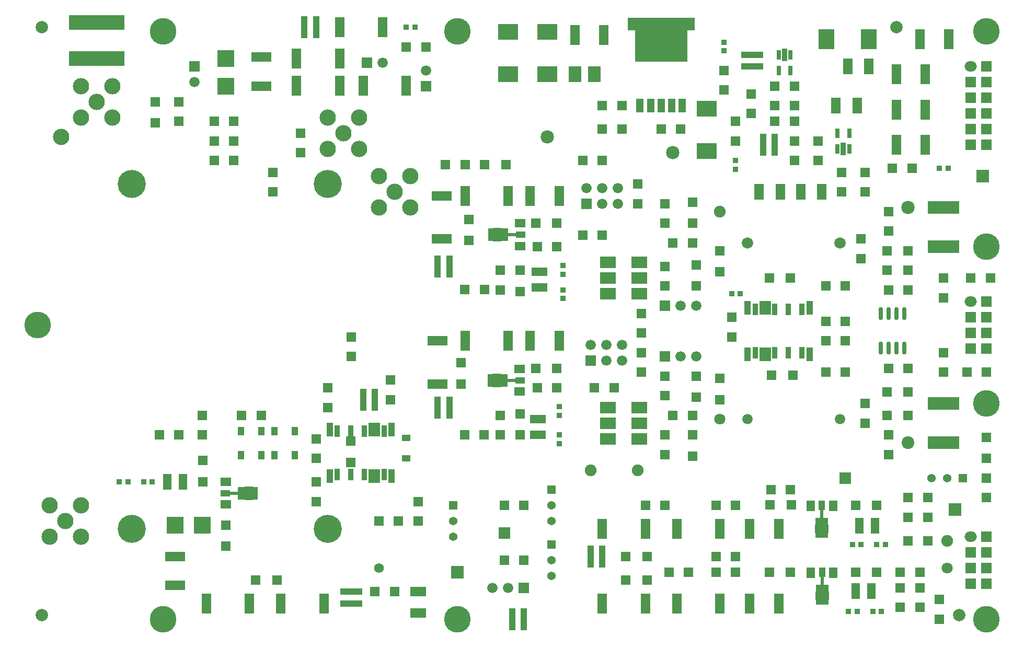
<source format=gts>
G04 Layer_Color=8388736*
%FSLAX44Y44*%
%MOMM*%
G71*
G01*
G75*
%ADD19R,0.5080X1.2700*%
%ADD75R,1.3970X1.6510*%
%ADD78R,1.6510X1.3970*%
%ADD88C,1.9050*%
%ADD90C,1.5748*%
%ADD148C,2.0000*%
%ADD149R,2.0320X3.1750*%
%ADD150R,0.5080X4.0640*%
%ADD151R,3.1750X2.0320*%
%ADD152R,4.0640X0.5080*%
%ADD153R,1.2700X0.5080*%
%ADD154R,1.6256X1.6256*%
%ADD155R,1.6256X1.6256*%
%ADD156R,5.1816X2.0066*%
%ADD157R,0.8636X0.8636*%
%ADD158R,1.6256X3.2766*%
%ADD159R,1.6256X2.6416*%
%ADD160R,0.8636X0.8636*%
%ADD161R,3.2766X2.6416*%
%ADD162R,0.7620X1.5240*%
%ADD163R,0.8636X2.0320*%
%ADD164R,1.1176X3.5306*%
%ADD165R,1.3716X2.6416*%
%ADD166R,1.0160X1.6256*%
%ADD167R,0.8128X1.6256*%
%ADD168R,2.2606X1.3716*%
%ADD169R,1.6016X3.3016*%
%ADD170R,3.3016X1.6016*%
%ADD171R,2.6416X1.3716*%
%ADD172R,1.6256X1.0160*%
%ADD173R,1.6256X0.8128*%
%ADD174R,1.3716X2.2606*%
%ADD175R,2.6416X1.8796*%
%ADD176R,2.6416X1.6256*%
%ADD177R,3.2766X1.6256*%
%ADD178R,3.5306X1.1176*%
%ADD179R,2.6924X2.6924*%
%ADD180R,0.9016X1.9016*%
%ADD181R,1.1016X2.2016*%
%ADD182R,1.9016X2.2016*%
%ADD183R,1.1176X1.3716*%
%ADD184R,2.6416X3.2766*%
%ADD185R,2.1336X2.6416*%
%ADD186R,2.6924X2.6924*%
%ADD187R,8.9916X2.3876*%
%ADD188O,0.7112X2.1336*%
%ADD189R,1.3716X1.1176*%
%ADD190R,1.1684X2.2606*%
%ADD191R,8.4836X7.0866*%
%ADD192R,10.8966X2.0066*%
%ADD193R,1.6764X1.6764*%
%ADD194O,2.0066X1.6764*%
%ADD195R,2.0320X2.0320*%
%ADD196C,1.8034*%
%ADD197C,2.0574*%
%ADD198C,1.1016*%
%ADD199C,2.1590*%
%ADD200R,1.8796X1.8796*%
%ADD201C,1.6764*%
%ADD202R,1.6764X1.6764*%
%ADD203C,1.3716*%
%ADD204R,1.3716X1.3716*%
%ADD205C,2.6416*%
%ADD206C,4.3180*%
%ADD207C,1.8288*%
%ADD208C,4.5466*%
%ADD209R,1.3716X1.3716*%
%ADD210R,1.9050X1.9050*%
D19*
X1302050Y90220D02*
D03*
X1302000Y198220D02*
D03*
D75*
X1283635Y107365D02*
D03*
X1320465D02*
D03*
X1283585Y215365D02*
D03*
X1320415D02*
D03*
D78*
X813365Y673418D02*
D03*
Y636587D02*
D03*
X812365Y437411D02*
D03*
X812365Y400581D02*
D03*
X336535Y217585D02*
D03*
Y254415D02*
D03*
D88*
X1136650Y692150D02*
D03*
X1003300Y273050D02*
D03*
X927100D02*
D03*
X1504950Y158750D02*
D03*
D90*
X584200Y114300D02*
D03*
D148*
X1422400Y990600D02*
D03*
X38100D02*
D03*
Y38100D02*
D03*
X1524000D02*
D03*
D149*
X1302050Y71805D02*
D03*
D03*
D03*
X1302000Y179805D02*
D03*
D03*
D03*
D150*
X1302050Y83870D02*
D03*
X1302000Y191870D02*
D03*
D151*
X777805Y655003D02*
D03*
D03*
D03*
X776805Y418996D02*
D03*
D03*
D03*
X372095Y236000D02*
D03*
D03*
D03*
D152*
X789870Y655003D02*
D03*
X788870Y418996D02*
D03*
X360030Y236000D02*
D03*
D153*
X796220Y655003D02*
D03*
X795220Y418996D02*
D03*
X353680Y236000D02*
D03*
D154*
X1543050Y584200D02*
D03*
X1574800D02*
D03*
X1409700Y565150D02*
D03*
X1441450D02*
D03*
Y628650D02*
D03*
X1407160D02*
D03*
X1447800Y762000D02*
D03*
X1416050D02*
D03*
X1568450Y431800D02*
D03*
X1536700D02*
D03*
X1428750Y107950D02*
D03*
X1460500D02*
D03*
X1473200Y158750D02*
D03*
X1441450D02*
D03*
Y361950D02*
D03*
X1407160D02*
D03*
Y400050D02*
D03*
X1441450D02*
D03*
X1409700Y438150D02*
D03*
X1441450D02*
D03*
X1257300Y895350D02*
D03*
X1225550D02*
D03*
X1073150Y825500D02*
D03*
X1041400D02*
D03*
X1308100Y571500D02*
D03*
X1339850D02*
D03*
Y514350D02*
D03*
X1308100D02*
D03*
Y482600D02*
D03*
X1339850D02*
D03*
X1225550Y838200D02*
D03*
X1257300D02*
D03*
Y863600D02*
D03*
X1225550D02*
D03*
X1092200Y641350D02*
D03*
X1060450D02*
D03*
X1016000Y215900D02*
D03*
X1047750D02*
D03*
X1356360D02*
D03*
X1390650D02*
D03*
Y107950D02*
D03*
X1356360D02*
D03*
X1216660D02*
D03*
X1250950D02*
D03*
X1219200Y241300D02*
D03*
X1250950D02*
D03*
X1217930Y217170D02*
D03*
X1252220D02*
D03*
X1130300Y215900D02*
D03*
X1162050D02*
D03*
Y133350D02*
D03*
X1130300D02*
D03*
Y107950D02*
D03*
X1162050D02*
D03*
X1085850D02*
D03*
X1054100D02*
D03*
X1220470Y426720D02*
D03*
X1254760D02*
D03*
X1308100Y431800D02*
D03*
X1339850D02*
D03*
X1092200Y361950D02*
D03*
X1060450D02*
D03*
X946150Y825500D02*
D03*
X977900D02*
D03*
Y863600D02*
D03*
X946150D02*
D03*
X723708Y565877D02*
D03*
X755458D02*
D03*
X755650Y768350D02*
D03*
X789940D02*
D03*
X723900D02*
D03*
X692150D02*
D03*
X914400Y774700D02*
D03*
X946150D02*
D03*
Y654050D02*
D03*
X914400D02*
D03*
X840740Y635000D02*
D03*
X872490D02*
D03*
Y673100D02*
D03*
X838200D02*
D03*
X1018540Y95250D02*
D03*
X984250D02*
D03*
Y133350D02*
D03*
X1018540D02*
D03*
X933450Y406400D02*
D03*
X965200D02*
D03*
X819150Y215900D02*
D03*
X787400D02*
D03*
Y127000D02*
D03*
X819150D02*
D03*
X872490Y438150D02*
D03*
X838200D02*
D03*
X872490Y406400D02*
D03*
X840740D02*
D03*
X754834Y330327D02*
D03*
X723084D02*
D03*
X660400Y958850D02*
D03*
X628650D02*
D03*
X317500Y774700D02*
D03*
X349250D02*
D03*
X615950Y190500D02*
D03*
X584200D02*
D03*
X609600Y76200D02*
D03*
X577850D02*
D03*
X419100Y95250D02*
D03*
X384810D02*
D03*
X228600Y330200D02*
D03*
X260350D02*
D03*
X361950Y361950D02*
D03*
X393700D02*
D03*
X1407160Y596900D02*
D03*
X1441450D02*
D03*
X1250950Y584200D02*
D03*
X1216660D02*
D03*
D155*
X1498600Y431800D02*
D03*
Y463550D02*
D03*
X1568450Y326390D02*
D03*
Y292100D02*
D03*
X1473200Y196850D02*
D03*
Y228600D02*
D03*
X1441450D02*
D03*
Y196850D02*
D03*
X1492250Y31750D02*
D03*
Y63500D02*
D03*
X1460500Y50800D02*
D03*
Y82550D02*
D03*
X1143000Y920750D02*
D03*
Y889000D02*
D03*
X1155700Y488950D02*
D03*
Y520700D02*
D03*
X1098550Y571500D02*
D03*
Y605790D02*
D03*
X1409700Y692150D02*
D03*
Y660400D02*
D03*
X1365250Y615950D02*
D03*
Y647700D02*
D03*
X1371600Y755650D02*
D03*
Y723900D02*
D03*
X1333500D02*
D03*
Y755650D02*
D03*
X1295400Y806450D02*
D03*
Y774700D02*
D03*
X1257300D02*
D03*
Y806450D02*
D03*
X1187450Y850900D02*
D03*
Y882650D02*
D03*
X1162050Y838200D02*
D03*
Y806450D02*
D03*
X1136650Y594360D02*
D03*
Y628650D02*
D03*
X1092200Y673100D02*
D03*
Y707390D02*
D03*
X1047750Y673100D02*
D03*
Y704850D02*
D03*
Y603250D02*
D03*
Y571500D02*
D03*
X1092200Y295910D02*
D03*
Y330200D02*
D03*
X1098550Y425450D02*
D03*
Y391160D02*
D03*
X1136650Y421640D02*
D03*
Y387350D02*
D03*
X1371600Y381000D02*
D03*
Y349250D02*
D03*
X1409700Y298450D02*
D03*
Y330200D02*
D03*
X1047750Y393700D02*
D03*
Y425450D02*
D03*
Y330200D02*
D03*
Y298450D02*
D03*
X1428750Y82550D02*
D03*
Y50800D02*
D03*
X1003300Y736600D02*
D03*
Y704850D02*
D03*
X1009650Y495300D02*
D03*
Y527050D02*
D03*
X730250Y679450D02*
D03*
Y645160D02*
D03*
X812800Y596900D02*
D03*
Y562610D02*
D03*
X781050Y596900D02*
D03*
Y565150D02*
D03*
X1009650Y431800D02*
D03*
Y463550D02*
D03*
X647700Y190500D02*
D03*
Y222250D02*
D03*
X717550Y447040D02*
D03*
Y412750D02*
D03*
X812800Y364490D02*
D03*
Y330200D02*
D03*
X781050D02*
D03*
Y361950D02*
D03*
X260350Y869950D02*
D03*
Y838200D02*
D03*
X349250D02*
D03*
Y806450D02*
D03*
X317500Y838200D02*
D03*
Y806450D02*
D03*
X412750Y723900D02*
D03*
Y755650D02*
D03*
X457200Y819150D02*
D03*
Y787400D02*
D03*
X336550Y149860D02*
D03*
Y184150D02*
D03*
X299000Y289000D02*
D03*
Y254710D02*
D03*
X298450Y361950D02*
D03*
Y330200D02*
D03*
X501650Y406400D02*
D03*
Y374650D02*
D03*
X539750Y457200D02*
D03*
Y488950D02*
D03*
X603250Y387350D02*
D03*
Y419100D02*
D03*
X539090Y320040D02*
D03*
Y285750D02*
D03*
X482600Y254000D02*
D03*
Y222250D02*
D03*
Y323850D02*
D03*
Y292100D02*
D03*
X222250Y835660D02*
D03*
Y869950D02*
D03*
X1568450Y228600D02*
D03*
Y260350D02*
D03*
X1498600Y552450D02*
D03*
Y584200D02*
D03*
D156*
Y381000D02*
D03*
Y317500D02*
D03*
Y698500D02*
D03*
Y635000D02*
D03*
D157*
X1143000Y966470D02*
D03*
Y952500D02*
D03*
X1162050Y760730D02*
D03*
Y774700D02*
D03*
X882650Y590550D02*
D03*
Y604520D02*
D03*
Y551180D02*
D03*
Y565150D02*
D03*
X876300Y375920D02*
D03*
Y361950D02*
D03*
Y316230D02*
D03*
Y330200D02*
D03*
D158*
X1422400Y914400D02*
D03*
X1469390D02*
D03*
X1422400Y857250D02*
D03*
X1469390D02*
D03*
Y800100D02*
D03*
X1422400D02*
D03*
X1231900Y177800D02*
D03*
X1184910D02*
D03*
X1231900Y57150D02*
D03*
X1184910D02*
D03*
X901700Y977900D02*
D03*
X948690D02*
D03*
X876300Y717550D02*
D03*
X829310D02*
D03*
X876300Y482600D02*
D03*
X829310D02*
D03*
X1460500Y971550D02*
D03*
X1507490D02*
D03*
D159*
X1301750Y723900D02*
D03*
X1267460D02*
D03*
X1324610Y863600D02*
D03*
X1358900D02*
D03*
X1200150Y723900D02*
D03*
X1234440D02*
D03*
X1343660Y927100D02*
D03*
X1377950D02*
D03*
D160*
X1155700Y558800D02*
D03*
X1169670D02*
D03*
X1398270Y44450D02*
D03*
X1384300D02*
D03*
X1344930D02*
D03*
X1358900D02*
D03*
X642620Y990600D02*
D03*
X628650D02*
D03*
X177800Y254000D02*
D03*
X163830D02*
D03*
X203200D02*
D03*
X217170D02*
D03*
X1365250Y152400D02*
D03*
X1351280D02*
D03*
X1492250Y762000D02*
D03*
X1506220D02*
D03*
X1404620Y152400D02*
D03*
X1390650D02*
D03*
D161*
X1115060Y858520D02*
D03*
Y789940D02*
D03*
X793750Y982980D02*
D03*
Y914400D02*
D03*
X857250D02*
D03*
Y982980D02*
D03*
D162*
X1327150Y793750D02*
D03*
X1346200D02*
D03*
X1327150Y819150D02*
D03*
X1346200D02*
D03*
X1231900Y920750D02*
D03*
X1250950D02*
D03*
X1231900Y946150D02*
D03*
X1250950D02*
D03*
D163*
X1336548Y793750D02*
D03*
X1241552Y946150D02*
D03*
D164*
X1225550Y800100D02*
D03*
X1206500D02*
D03*
X698500Y603250D02*
D03*
X679450D02*
D03*
X946150Y133350D02*
D03*
X927100D02*
D03*
X698500Y374650D02*
D03*
X679450D02*
D03*
X819150Y31750D02*
D03*
X800100D02*
D03*
X463550Y990600D02*
D03*
X482600D02*
D03*
X558800Y387350D02*
D03*
X577850D02*
D03*
D165*
X1356360Y77470D02*
D03*
X1381760D02*
D03*
X266700Y254000D02*
D03*
X241300D02*
D03*
X1362710Y182880D02*
D03*
X1388110D02*
D03*
D166*
X1302050Y108000D02*
D03*
X1302000Y216000D02*
D03*
D167*
X1283000Y108000D02*
D03*
X1321100D02*
D03*
X1282950Y216000D02*
D03*
X1321050D02*
D03*
D168*
X1302050Y69900D02*
D03*
X1302000Y177900D02*
D03*
D169*
X1066800Y57150D02*
D03*
X1136650D02*
D03*
X723900Y717550D02*
D03*
X793750D02*
D03*
Y482600D02*
D03*
X723900D02*
D03*
X946150Y177800D02*
D03*
X1016000D02*
D03*
X946150Y57150D02*
D03*
X1016000D02*
D03*
X520700Y990600D02*
D03*
X590550D02*
D03*
X450850Y939800D02*
D03*
X520700D02*
D03*
X520667Y896260D02*
D03*
X450817D02*
D03*
X628795Y896105D02*
D03*
X558945D02*
D03*
X425450Y57150D02*
D03*
X495300D02*
D03*
X374650D02*
D03*
X304800D02*
D03*
X1066800Y177800D02*
D03*
X1136650D02*
D03*
D170*
X685800Y647700D02*
D03*
Y717550D02*
D03*
X679450Y412750D02*
D03*
Y482600D02*
D03*
D171*
X844550Y568960D02*
D03*
Y594360D02*
D03*
X842010Y330200D02*
D03*
Y355600D02*
D03*
D172*
X814000Y655000D02*
D03*
X813000Y419000D02*
D03*
X335900Y236000D02*
D03*
D173*
X814000Y674050D02*
D03*
Y635950D02*
D03*
X813000Y438050D02*
D03*
Y399950D02*
D03*
X335900Y216950D02*
D03*
Y255050D02*
D03*
D174*
X775900Y655000D02*
D03*
X774900Y419000D02*
D03*
X374000Y236000D02*
D03*
D175*
X1005840Y323850D02*
D03*
X955040Y374650D02*
D03*
Y349250D02*
D03*
Y323850D02*
D03*
X1005840Y374650D02*
D03*
Y349250D02*
D03*
Y584200D02*
D03*
Y609600D02*
D03*
X955040Y558800D02*
D03*
Y584200D02*
D03*
Y609600D02*
D03*
X1005840Y558800D02*
D03*
D176*
X647700Y41910D02*
D03*
Y76200D02*
D03*
D177*
X393700Y895350D02*
D03*
Y942340D02*
D03*
X254000Y86360D02*
D03*
Y133350D02*
D03*
D178*
X539750Y76200D02*
D03*
Y57150D02*
D03*
X1188720Y946150D02*
D03*
Y927100D02*
D03*
D179*
X254000Y184150D02*
D03*
X298450D02*
D03*
D180*
X561090Y266550D02*
D03*
X517090D02*
D03*
X539090D02*
D03*
X593090D02*
D03*
Y336550D02*
D03*
X517090D02*
D03*
X539090D02*
D03*
X561090D02*
D03*
X1225800Y463550D02*
D03*
X1247800D02*
D03*
X1269800D02*
D03*
X1193800D02*
D03*
Y533550D02*
D03*
X1247800D02*
D03*
X1269800D02*
D03*
X1225800D02*
D03*
D181*
X505090Y339050D02*
D03*
Y264050D02*
D03*
X605090D02*
D03*
Y339050D02*
D03*
X1281800Y461050D02*
D03*
X1181800D02*
D03*
X1281800Y536050D02*
D03*
X1181800D02*
D03*
D182*
X577090Y264050D02*
D03*
Y339050D02*
D03*
X1209800Y461050D02*
D03*
Y536050D02*
D03*
D183*
X448310Y336550D02*
D03*
X415290D02*
D03*
Y297180D02*
D03*
X448310D02*
D03*
X360680D02*
D03*
X393700D02*
D03*
X360680Y336550D02*
D03*
X393700D02*
D03*
D184*
X1309370Y971550D02*
D03*
X1377950D02*
D03*
D185*
X933450Y914400D02*
D03*
X901700D02*
D03*
D186*
X336550Y895350D02*
D03*
Y939800D02*
D03*
D187*
X127000D02*
D03*
Y998300D02*
D03*
D188*
X1435100Y471170D02*
D03*
X1422400D02*
D03*
X1409700D02*
D03*
X1397000D02*
D03*
Y527050D02*
D03*
X1409700D02*
D03*
X1422400D02*
D03*
X1435100D02*
D03*
D189*
X628650Y292100D02*
D03*
Y325120D02*
D03*
D190*
X1041400Y863600D02*
D03*
X1024382D02*
D03*
X1007364D02*
D03*
X1058418D02*
D03*
X1075436D02*
D03*
D191*
X1041400Y970280D02*
D03*
D192*
Y995680D02*
D03*
D193*
X1543050Y114300D02*
D03*
X1568450Y139700D02*
D03*
Y114300D02*
D03*
Y88900D02*
D03*
X1543050Y139700D02*
D03*
Y88900D02*
D03*
X1568450Y165100D02*
D03*
X285750Y927100D02*
D03*
X660400Y895350D02*
D03*
X1568450Y546100D02*
D03*
X1543050Y469900D02*
D03*
Y520700D02*
D03*
X1568450Y469900D02*
D03*
Y495300D02*
D03*
Y520700D02*
D03*
X1543050Y495300D02*
D03*
Y876300D02*
D03*
X1568450Y901700D02*
D03*
Y876300D02*
D03*
Y850900D02*
D03*
X1543050Y901700D02*
D03*
Y850900D02*
D03*
Y825500D02*
D03*
X1568450D02*
D03*
X1543050Y800100D02*
D03*
X1568450Y927100D02*
D03*
Y800100D02*
D03*
D194*
X1543050Y165100D02*
D03*
Y546100D02*
D03*
Y927100D02*
D03*
D195*
X1517650Y209550D02*
D03*
X711200Y107950D02*
D03*
X1562100Y749300D02*
D03*
D196*
X1504950Y114300D02*
D03*
X1136650Y355600D02*
D03*
D197*
X1441450Y317500D02*
D03*
D198*
X1422400Y990600D02*
D03*
X38100D02*
D03*
Y38100D02*
D03*
X1524000D02*
D03*
D199*
X1060450Y787400D02*
D03*
X857250Y812800D02*
D03*
X1441450Y698500D02*
D03*
D200*
X1339850Y260350D02*
D03*
D201*
X1331100Y355600D02*
D03*
X1181100D02*
D03*
X1098550Y457200D02*
D03*
X1073150D02*
D03*
X952500Y450850D02*
D03*
Y476250D02*
D03*
X977900Y450850D02*
D03*
Y476250D02*
D03*
X927100D02*
D03*
X793750Y82550D02*
D03*
X768350D02*
D03*
X285750Y901700D02*
D03*
X590550Y933450D02*
D03*
X660400Y920750D02*
D03*
X1098550Y539750D02*
D03*
X1073150D02*
D03*
X920750Y730250D02*
D03*
X971550D02*
D03*
Y704850D02*
D03*
X946150Y730250D02*
D03*
Y704850D02*
D03*
D202*
X1047750Y457200D02*
D03*
X927100Y450850D02*
D03*
X819150Y82550D02*
D03*
X565150Y933450D02*
D03*
X1047750Y539750D02*
D03*
X920750Y704850D02*
D03*
D203*
X863600Y101600D02*
D03*
Y127000D02*
D03*
X704850Y190500D02*
D03*
Y165100D02*
D03*
X1479550Y260350D02*
D03*
X1504950D02*
D03*
X863600Y190500D02*
D03*
Y215900D02*
D03*
D204*
Y152400D02*
D03*
X704850Y215900D02*
D03*
X863600Y241300D02*
D03*
D205*
X552450Y844550D02*
D03*
X501650Y793750D02*
D03*
X552450D02*
D03*
X501650Y844550D02*
D03*
X527050Y819150D02*
D03*
X152400Y895350D02*
D03*
X101600Y844550D02*
D03*
X152400D02*
D03*
X101600Y895350D02*
D03*
X127000Y869950D02*
D03*
X101600Y215900D02*
D03*
X50800Y165100D02*
D03*
X101600D02*
D03*
X50800Y215900D02*
D03*
X76200Y190500D02*
D03*
X609600Y723900D02*
D03*
X584200Y749300D02*
D03*
X635000Y698500D02*
D03*
X584200D02*
D03*
X635000Y749300D02*
D03*
X69850Y812800D02*
D03*
D206*
X1568450Y984250D02*
D03*
Y635000D02*
D03*
Y381000D02*
D03*
Y31750D02*
D03*
X711200Y984250D02*
D03*
Y31750D02*
D03*
X31750Y508000D02*
D03*
X234950Y31750D02*
D03*
Y984250D02*
D03*
D207*
X1181100Y641350D02*
D03*
X1331100D02*
D03*
D208*
X184150Y736600D02*
D03*
X501650D02*
D03*
Y177800D02*
D03*
X184150D02*
D03*
D209*
X1530350Y260350D02*
D03*
D210*
X787400Y171450D02*
D03*
M02*

</source>
